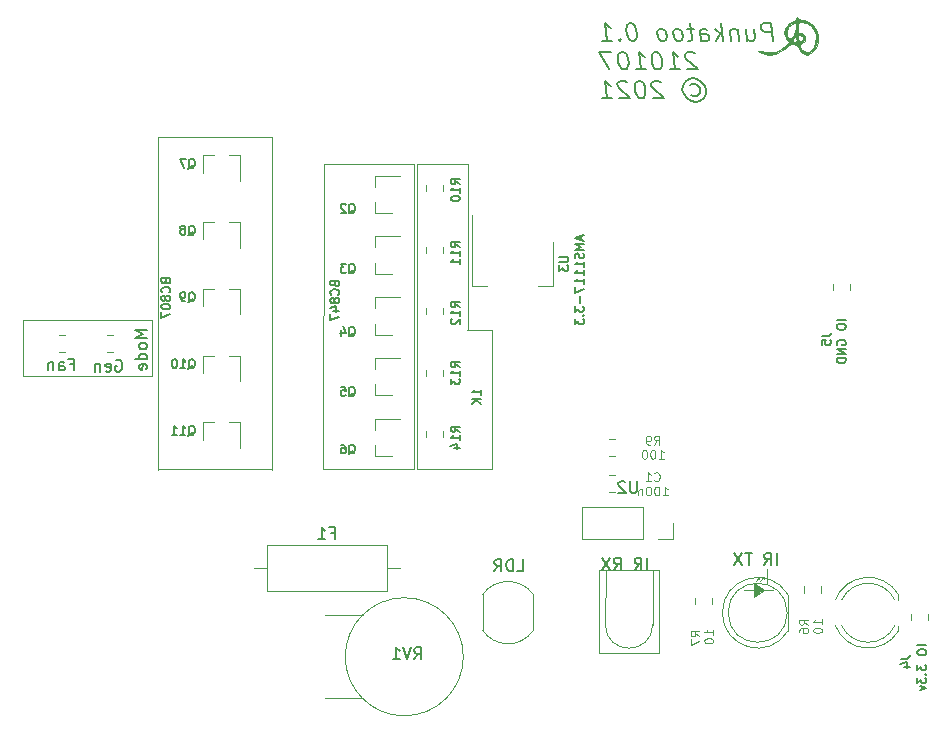
<source format=gbr>
%TF.GenerationSoftware,KiCad,Pcbnew,5.1.5+dfsg1-2build2*%
%TF.CreationDate,2021-01-07T21:04:46-03:00*%
%TF.ProjectId,Punkatoo,50756e6b-6174-46f6-9f2e-6b696361645f,rev?*%
%TF.SameCoordinates,Original*%
%TF.FileFunction,Legend,Bot*%
%TF.FilePolarity,Positive*%
%FSLAX46Y46*%
G04 Gerber Fmt 4.6, Leading zero omitted, Abs format (unit mm)*
G04 Created by KiCad (PCBNEW 5.1.5+dfsg1-2build2) date 2021-01-07 21:04:46*
%MOMM*%
%LPD*%
G04 APERTURE LIST*
%ADD10C,0.120000*%
%ADD11C,0.150000*%
%ADD12C,0.100000*%
%ADD13C,0.130000*%
%ADD14C,0.200000*%
%ADD15C,0.010000*%
G04 APERTURE END LIST*
D10*
X111300000Y-100600000D02*
X109218000Y-100600000D01*
X111300000Y-88800000D02*
X111300000Y-100600000D01*
X109200000Y-88800000D02*
X111300000Y-88800000D01*
D11*
X82052380Y-88833333D02*
X81052380Y-88833333D01*
X81766666Y-89166666D01*
X81052380Y-89500000D01*
X82052380Y-89500000D01*
X82052380Y-90119047D02*
X82004761Y-90023809D01*
X81957142Y-89976190D01*
X81861904Y-89928571D01*
X81576190Y-89928571D01*
X81480952Y-89976190D01*
X81433333Y-90023809D01*
X81385714Y-90119047D01*
X81385714Y-90261904D01*
X81433333Y-90357142D01*
X81480952Y-90404761D01*
X81576190Y-90452380D01*
X81861904Y-90452380D01*
X81957142Y-90404761D01*
X82004761Y-90357142D01*
X82052380Y-90261904D01*
X82052380Y-90119047D01*
X82052380Y-91309523D02*
X81052380Y-91309523D01*
X82004761Y-91309523D02*
X82052380Y-91214285D01*
X82052380Y-91023809D01*
X82004761Y-90928571D01*
X81957142Y-90880952D01*
X81861904Y-90833333D01*
X81576190Y-90833333D01*
X81480952Y-90880952D01*
X81433333Y-90928571D01*
X81385714Y-91023809D01*
X81385714Y-91214285D01*
X81433333Y-91309523D01*
X82004761Y-92166666D02*
X82052380Y-92071428D01*
X82052380Y-91880952D01*
X82004761Y-91785714D01*
X81909523Y-91738095D01*
X81528571Y-91738095D01*
X81433333Y-91785714D01*
X81385714Y-91880952D01*
X81385714Y-92071428D01*
X81433333Y-92166666D01*
X81528571Y-92214285D01*
X81623809Y-92214285D01*
X81719047Y-91738095D01*
D10*
X71600000Y-92700000D02*
X71600000Y-88000000D01*
X82500000Y-92700000D02*
X71600000Y-92700000D01*
X82500000Y-88000000D02*
X82500000Y-92700000D01*
X71600000Y-88000000D02*
X82500000Y-88000000D01*
X135100000Y-110850000D02*
X132600000Y-110850000D01*
X124875000Y-113772000D02*
X124900000Y-109172000D01*
X120875000Y-113772000D02*
X120900000Y-109172000D01*
X124875000Y-113772000D02*
G75*
G02X120875000Y-113772000I-2000000J0D01*
G01*
X120375000Y-116172000D02*
X125375000Y-116172000D01*
X120375000Y-116172000D02*
X120375000Y-109172000D01*
X125400000Y-109172000D02*
X125375000Y-116172000D01*
X120375000Y-109172000D02*
X125400000Y-109172000D01*
X133900000Y-109950000D02*
X133900000Y-109750000D01*
X133600000Y-110050000D02*
X133900000Y-109750000D01*
X133900000Y-109750000D02*
X133700000Y-109750000D01*
X134300000Y-109750000D02*
X134100000Y-109750000D01*
X134300000Y-109950000D02*
X134300000Y-109750000D01*
X134000000Y-110050000D02*
X134300000Y-109750000D01*
X134600000Y-110300000D02*
X134600000Y-109100000D01*
D12*
G36*
X134300000Y-110850000D02*
G01*
X133500000Y-111450000D01*
X133500000Y-110250000D01*
X134300000Y-110850000D01*
G37*
X134300000Y-110850000D02*
X133500000Y-111450000D01*
X133500000Y-110250000D01*
X134300000Y-110850000D01*
D10*
X92630000Y-72474000D02*
X83002000Y-72474000D01*
X92630000Y-100600000D02*
X83002000Y-100600000D01*
X83002000Y-72474000D02*
X83000000Y-100700000D01*
X92630000Y-100700000D02*
X92630000Y-72474000D01*
D13*
X110339285Y-94339285D02*
X110339285Y-93910714D01*
X110339285Y-94125000D02*
X109589285Y-94125000D01*
X109696428Y-94053571D01*
X109767857Y-93982142D01*
X109803571Y-93910714D01*
X110339285Y-94660714D02*
X109589285Y-94660714D01*
X110339285Y-95089285D02*
X109910714Y-94767857D01*
X109589285Y-95089285D02*
X110017857Y-94660714D01*
D10*
X97026000Y-74814000D02*
X97000000Y-100600000D01*
X97026000Y-100600000D02*
X104646000Y-100600000D01*
X104646000Y-100600000D02*
X104646000Y-74814000D01*
D13*
X83646428Y-84707142D02*
X83682142Y-84814285D01*
X83717857Y-84850000D01*
X83789285Y-84885714D01*
X83896428Y-84885714D01*
X83967857Y-84850000D01*
X84003571Y-84814285D01*
X84039285Y-84742857D01*
X84039285Y-84457142D01*
X83289285Y-84457142D01*
X83289285Y-84707142D01*
X83325000Y-84778571D01*
X83360714Y-84814285D01*
X83432142Y-84850000D01*
X83503571Y-84850000D01*
X83575000Y-84814285D01*
X83610714Y-84778571D01*
X83646428Y-84707142D01*
X83646428Y-84457142D01*
X83967857Y-85635714D02*
X84003571Y-85600000D01*
X84039285Y-85492857D01*
X84039285Y-85421428D01*
X84003571Y-85314285D01*
X83932142Y-85242857D01*
X83860714Y-85207142D01*
X83717857Y-85171428D01*
X83610714Y-85171428D01*
X83467857Y-85207142D01*
X83396428Y-85242857D01*
X83325000Y-85314285D01*
X83289285Y-85421428D01*
X83289285Y-85492857D01*
X83325000Y-85600000D01*
X83360714Y-85635714D01*
X83610714Y-86064285D02*
X83575000Y-85992857D01*
X83539285Y-85957142D01*
X83467857Y-85921428D01*
X83432142Y-85921428D01*
X83360714Y-85957142D01*
X83325000Y-85992857D01*
X83289285Y-86064285D01*
X83289285Y-86207142D01*
X83325000Y-86278571D01*
X83360714Y-86314285D01*
X83432142Y-86350000D01*
X83467857Y-86350000D01*
X83539285Y-86314285D01*
X83575000Y-86278571D01*
X83610714Y-86207142D01*
X83610714Y-86064285D01*
X83646428Y-85992857D01*
X83682142Y-85957142D01*
X83753571Y-85921428D01*
X83896428Y-85921428D01*
X83967857Y-85957142D01*
X84003571Y-85992857D01*
X84039285Y-86064285D01*
X84039285Y-86207142D01*
X84003571Y-86278571D01*
X83967857Y-86314285D01*
X83896428Y-86350000D01*
X83753571Y-86350000D01*
X83682142Y-86314285D01*
X83646428Y-86278571D01*
X83610714Y-86207142D01*
X83289285Y-86814285D02*
X83289285Y-86885714D01*
X83325000Y-86957142D01*
X83360714Y-86992857D01*
X83432142Y-87028571D01*
X83575000Y-87064285D01*
X83753571Y-87064285D01*
X83896428Y-87028571D01*
X83967857Y-86992857D01*
X84003571Y-86957142D01*
X84039285Y-86885714D01*
X84039285Y-86814285D01*
X84003571Y-86742857D01*
X83967857Y-86707142D01*
X83896428Y-86671428D01*
X83753571Y-86635714D01*
X83575000Y-86635714D01*
X83432142Y-86671428D01*
X83360714Y-86707142D01*
X83325000Y-86742857D01*
X83289285Y-86814285D01*
X83289285Y-87314285D02*
X83289285Y-87814285D01*
X84039285Y-87492857D01*
X97946428Y-84907142D02*
X97982142Y-85014285D01*
X98017857Y-85050000D01*
X98089285Y-85085714D01*
X98196428Y-85085714D01*
X98267857Y-85050000D01*
X98303571Y-85014285D01*
X98339285Y-84942857D01*
X98339285Y-84657142D01*
X97589285Y-84657142D01*
X97589285Y-84907142D01*
X97625000Y-84978571D01*
X97660714Y-85014285D01*
X97732142Y-85050000D01*
X97803571Y-85050000D01*
X97875000Y-85014285D01*
X97910714Y-84978571D01*
X97946428Y-84907142D01*
X97946428Y-84657142D01*
X98267857Y-85835714D02*
X98303571Y-85800000D01*
X98339285Y-85692857D01*
X98339285Y-85621428D01*
X98303571Y-85514285D01*
X98232142Y-85442857D01*
X98160714Y-85407142D01*
X98017857Y-85371428D01*
X97910714Y-85371428D01*
X97767857Y-85407142D01*
X97696428Y-85442857D01*
X97625000Y-85514285D01*
X97589285Y-85621428D01*
X97589285Y-85692857D01*
X97625000Y-85800000D01*
X97660714Y-85835714D01*
X97910714Y-86264285D02*
X97875000Y-86192857D01*
X97839285Y-86157142D01*
X97767857Y-86121428D01*
X97732142Y-86121428D01*
X97660714Y-86157142D01*
X97625000Y-86192857D01*
X97589285Y-86264285D01*
X97589285Y-86407142D01*
X97625000Y-86478571D01*
X97660714Y-86514285D01*
X97732142Y-86550000D01*
X97767857Y-86550000D01*
X97839285Y-86514285D01*
X97875000Y-86478571D01*
X97910714Y-86407142D01*
X97910714Y-86264285D01*
X97946428Y-86192857D01*
X97982142Y-86157142D01*
X98053571Y-86121428D01*
X98196428Y-86121428D01*
X98267857Y-86157142D01*
X98303571Y-86192857D01*
X98339285Y-86264285D01*
X98339285Y-86407142D01*
X98303571Y-86478571D01*
X98267857Y-86514285D01*
X98196428Y-86550000D01*
X98053571Y-86550000D01*
X97982142Y-86514285D01*
X97946428Y-86478571D01*
X97910714Y-86407142D01*
X97839285Y-87192857D02*
X98339285Y-87192857D01*
X97553571Y-87014285D02*
X98089285Y-86835714D01*
X98089285Y-87300000D01*
X97589285Y-87514285D02*
X97589285Y-88014285D01*
X98339285Y-87692857D01*
D10*
X104646000Y-74814000D02*
X97026000Y-74814000D01*
X104900000Y-100600000D02*
X109218000Y-100600000D01*
X109218000Y-88800000D02*
X109218000Y-74814000D01*
X109218000Y-74814000D02*
X104900000Y-74814000D01*
X104900000Y-74814000D02*
X104900000Y-100600000D01*
D14*
X135049107Y-64328571D02*
X134861607Y-62828571D01*
X134290178Y-62828571D01*
X134156250Y-62900000D01*
X134093750Y-62971428D01*
X134040178Y-63114285D01*
X134066964Y-63328571D01*
X134156250Y-63471428D01*
X134236607Y-63542857D01*
X134388392Y-63614285D01*
X134959821Y-63614285D01*
X132781250Y-63328571D02*
X132906250Y-64328571D01*
X133424107Y-63328571D02*
X133522321Y-64114285D01*
X133468750Y-64257142D01*
X133334821Y-64328571D01*
X133120535Y-64328571D01*
X132968750Y-64257142D01*
X132888392Y-64185714D01*
X132066964Y-63328571D02*
X132191964Y-64328571D01*
X132084821Y-63471428D02*
X132004464Y-63400000D01*
X131852678Y-63328571D01*
X131638392Y-63328571D01*
X131504464Y-63400000D01*
X131450892Y-63542857D01*
X131549107Y-64328571D01*
X130834821Y-64328571D02*
X130647321Y-62828571D01*
X130620535Y-63757142D02*
X130263392Y-64328571D01*
X130138392Y-63328571D02*
X130781250Y-63900000D01*
X128977678Y-64328571D02*
X128879464Y-63542857D01*
X128933035Y-63400000D01*
X129066964Y-63328571D01*
X129352678Y-63328571D01*
X129504464Y-63400000D01*
X128968750Y-64257142D02*
X129120535Y-64328571D01*
X129477678Y-64328571D01*
X129611607Y-64257142D01*
X129665178Y-64114285D01*
X129647321Y-63971428D01*
X129558035Y-63828571D01*
X129406250Y-63757142D01*
X129049107Y-63757142D01*
X128897321Y-63685714D01*
X128352678Y-63328571D02*
X127781250Y-63328571D01*
X128075892Y-62828571D02*
X128236607Y-64114285D01*
X128183035Y-64257142D01*
X128049107Y-64328571D01*
X127906250Y-64328571D01*
X127191964Y-64328571D02*
X127325892Y-64257142D01*
X127388392Y-64185714D01*
X127441964Y-64042857D01*
X127388392Y-63614285D01*
X127299107Y-63471428D01*
X127218750Y-63400000D01*
X127066964Y-63328571D01*
X126852678Y-63328571D01*
X126718750Y-63400000D01*
X126656250Y-63471428D01*
X126602678Y-63614285D01*
X126656250Y-64042857D01*
X126745535Y-64185714D01*
X126825892Y-64257142D01*
X126977678Y-64328571D01*
X127191964Y-64328571D01*
X125834821Y-64328571D02*
X125968750Y-64257142D01*
X126031250Y-64185714D01*
X126084821Y-64042857D01*
X126031250Y-63614285D01*
X125941964Y-63471428D01*
X125861607Y-63400000D01*
X125709821Y-63328571D01*
X125495535Y-63328571D01*
X125361607Y-63400000D01*
X125299107Y-63471428D01*
X125245535Y-63614285D01*
X125299107Y-64042857D01*
X125388392Y-64185714D01*
X125468750Y-64257142D01*
X125620535Y-64328571D01*
X125834821Y-64328571D01*
X123075892Y-62828571D02*
X122933035Y-62828571D01*
X122799107Y-62900000D01*
X122736607Y-62971428D01*
X122683035Y-63114285D01*
X122647321Y-63400000D01*
X122691964Y-63757142D01*
X122799107Y-64042857D01*
X122888392Y-64185714D01*
X122968750Y-64257142D01*
X123120535Y-64328571D01*
X123263392Y-64328571D01*
X123397321Y-64257142D01*
X123459821Y-64185714D01*
X123513392Y-64042857D01*
X123549107Y-63757142D01*
X123504464Y-63400000D01*
X123397321Y-63114285D01*
X123308035Y-62971428D01*
X123227678Y-62900000D01*
X123075892Y-62828571D01*
X122102678Y-64185714D02*
X122040178Y-64257142D01*
X122120535Y-64328571D01*
X122183035Y-64257142D01*
X122102678Y-64185714D01*
X122120535Y-64328571D01*
X120620535Y-64328571D02*
X121477678Y-64328571D01*
X121049107Y-64328571D02*
X120861607Y-62828571D01*
X121031250Y-63042857D01*
X121191964Y-63185714D01*
X121343750Y-63257142D01*
X128450892Y-65421428D02*
X128370535Y-65350000D01*
X128218750Y-65278571D01*
X127861607Y-65278571D01*
X127727678Y-65350000D01*
X127665178Y-65421428D01*
X127611607Y-65564285D01*
X127629464Y-65707142D01*
X127727678Y-65921428D01*
X128691964Y-66778571D01*
X127763392Y-66778571D01*
X126334821Y-66778571D02*
X127191964Y-66778571D01*
X126763392Y-66778571D02*
X126575892Y-65278571D01*
X126745535Y-65492857D01*
X126906250Y-65635714D01*
X127058035Y-65707142D01*
X125218750Y-65278571D02*
X125075892Y-65278571D01*
X124941964Y-65350000D01*
X124879464Y-65421428D01*
X124825892Y-65564285D01*
X124790178Y-65850000D01*
X124834821Y-66207142D01*
X124941964Y-66492857D01*
X125031250Y-66635714D01*
X125111607Y-66707142D01*
X125263392Y-66778571D01*
X125406250Y-66778571D01*
X125540178Y-66707142D01*
X125602678Y-66635714D01*
X125656250Y-66492857D01*
X125691964Y-66207142D01*
X125647321Y-65850000D01*
X125540178Y-65564285D01*
X125450892Y-65421428D01*
X125370535Y-65350000D01*
X125218750Y-65278571D01*
X123477678Y-66778571D02*
X124334821Y-66778571D01*
X123906250Y-66778571D02*
X123718750Y-65278571D01*
X123888392Y-65492857D01*
X124049107Y-65635714D01*
X124200892Y-65707142D01*
X122361607Y-65278571D02*
X122218750Y-65278571D01*
X122084821Y-65350000D01*
X122022321Y-65421428D01*
X121968750Y-65564285D01*
X121933035Y-65850000D01*
X121977678Y-66207142D01*
X122084821Y-66492857D01*
X122174107Y-66635714D01*
X122254464Y-66707142D01*
X122406250Y-66778571D01*
X122549107Y-66778571D01*
X122683035Y-66707142D01*
X122745535Y-66635714D01*
X122799107Y-66492857D01*
X122834821Y-66207142D01*
X122790178Y-65850000D01*
X122683035Y-65564285D01*
X122593750Y-65421428D01*
X122513392Y-65350000D01*
X122361607Y-65278571D01*
X121361607Y-65278571D02*
X120361607Y-65278571D01*
X121191964Y-66778571D01*
X128049107Y-68085714D02*
X128183035Y-68014285D01*
X128468750Y-68014285D01*
X128620535Y-68085714D01*
X128781250Y-68228571D01*
X128870535Y-68371428D01*
X128906250Y-68657142D01*
X128852678Y-68800000D01*
X128727678Y-68942857D01*
X128593750Y-69014285D01*
X128308035Y-69014285D01*
X128156250Y-68942857D01*
X128263392Y-67514285D02*
X128629464Y-67585714D01*
X129013392Y-67800000D01*
X129272321Y-68157142D01*
X129388392Y-68514285D01*
X129361607Y-68871428D01*
X129191964Y-69228571D01*
X128861607Y-69442857D01*
X128513392Y-69514285D01*
X128147321Y-69442857D01*
X127763392Y-69228571D01*
X127504464Y-68871428D01*
X127388392Y-68514285D01*
X127415178Y-68157142D01*
X127584821Y-67800000D01*
X127915178Y-67585714D01*
X128263392Y-67514285D01*
X125593750Y-67871428D02*
X125513392Y-67800000D01*
X125361607Y-67728571D01*
X125004464Y-67728571D01*
X124870535Y-67800000D01*
X124808035Y-67871428D01*
X124754464Y-68014285D01*
X124772321Y-68157142D01*
X124870535Y-68371428D01*
X125834821Y-69228571D01*
X124906250Y-69228571D01*
X123790178Y-67728571D02*
X123647321Y-67728571D01*
X123513392Y-67800000D01*
X123450892Y-67871428D01*
X123397321Y-68014285D01*
X123361607Y-68300000D01*
X123406250Y-68657142D01*
X123513392Y-68942857D01*
X123602678Y-69085714D01*
X123683035Y-69157142D01*
X123834821Y-69228571D01*
X123977678Y-69228571D01*
X124111607Y-69157142D01*
X124174107Y-69085714D01*
X124227678Y-68942857D01*
X124263392Y-68657142D01*
X124218750Y-68300000D01*
X124111607Y-68014285D01*
X124022321Y-67871428D01*
X123941964Y-67800000D01*
X123790178Y-67728571D01*
X122736607Y-67871428D02*
X122656250Y-67800000D01*
X122504464Y-67728571D01*
X122147321Y-67728571D01*
X122013392Y-67800000D01*
X121950892Y-67871428D01*
X121897321Y-68014285D01*
X121915178Y-68157142D01*
X122013392Y-68371428D01*
X122977678Y-69228571D01*
X122049107Y-69228571D01*
X120620535Y-69228571D02*
X121477678Y-69228571D01*
X121049107Y-69228571D02*
X120861607Y-67728571D01*
X121031250Y-67942857D01*
X121191964Y-68085714D01*
X121343750Y-68157142D01*
D10*
%TO.C,U2*%
X126620000Y-106502000D02*
X126620000Y-105172000D01*
X125290000Y-106502000D02*
X126620000Y-106502000D01*
X124020000Y-106502000D02*
X124020000Y-103842000D01*
X124020000Y-103842000D02*
X118880000Y-103842000D01*
X124020000Y-106502000D02*
X118880000Y-106502000D01*
X118880000Y-106502000D02*
X118880000Y-103842000D01*
%TO.C,RV1*%
X97100000Y-113000000D02*
X100350000Y-113000000D01*
X97100000Y-120000000D02*
X100350000Y-120000000D01*
X108850000Y-116500000D02*
G75*
G03X108850000Y-116500000I-5000000J0D01*
G01*
%TO.C,F1*%
X91100000Y-109000000D02*
X92210000Y-109000000D01*
X103460000Y-109000000D02*
X102350000Y-109000000D01*
X92210000Y-107080000D02*
X102350000Y-107080000D01*
X92210000Y-110920000D02*
X92210000Y-107080000D01*
X102350000Y-110920000D02*
X92210000Y-110920000D01*
X102350000Y-107080000D02*
X102350000Y-110920000D01*
%TO.C,JP3*%
X78638748Y-89290000D02*
X79161252Y-89290000D01*
X78638748Y-90710000D02*
X79161252Y-90710000D01*
%TO.C,JP2*%
X75161252Y-90710000D02*
X74638748Y-90710000D01*
X75161252Y-89290000D02*
X74638748Y-89290000D01*
%TO.C,J5*%
X141610000Y-84938748D02*
X141610000Y-85461252D01*
X140190000Y-84938748D02*
X140190000Y-85461252D01*
%TO.C,J4*%
X146790000Y-113361252D02*
X146790000Y-112838748D01*
X148210000Y-113361252D02*
X148210000Y-112838748D01*
%TO.C,D1*%
X145689000Y-113856000D02*
X145689000Y-114321000D01*
X145689000Y-111231000D02*
X145689000Y-111696000D01*
X140874521Y-113856429D02*
G75*
G03X145383684Y-113856000I2254479J1080429D01*
G01*
X140874521Y-111695571D02*
G75*
G02X145383684Y-111696000I2254479J-1080429D01*
G01*
X140341185Y-113856827D02*
G75*
G03X145689000Y-114320830I2787815J1080827D01*
G01*
X140341185Y-111695173D02*
G75*
G02X145689000Y-111231170I2787815J-1080827D01*
G01*
%TO.C,R6*%
X139110000Y-110538748D02*
X139110000Y-111061252D01*
X137690000Y-110538748D02*
X137690000Y-111061252D01*
%TO.C,R7*%
X129910000Y-111538748D02*
X129910000Y-112061252D01*
X128490000Y-111538748D02*
X128490000Y-112061252D01*
%TO.C,R1*%
X114748249Y-114320513D02*
G75*
G02X110480000Y-114276000I-2118249J1544513D01*
G01*
X110464474Y-111247766D02*
G75*
G02X114780000Y-111226000I2165526J-1528234D01*
G01*
X110480000Y-111226000D02*
X110480000Y-114276000D01*
X114780000Y-111226000D02*
X114780000Y-114276000D01*
%TO.C,Q11*%
X86810000Y-96660000D02*
X86810000Y-98120000D01*
X89970000Y-96660000D02*
X89970000Y-98820000D01*
X89970000Y-96660000D02*
X89040000Y-96660000D01*
X86810000Y-96660000D02*
X87740000Y-96660000D01*
%TO.C,Q4*%
X101346000Y-89221000D02*
X102806000Y-89221000D01*
X101346000Y-86061000D02*
X103506000Y-86061000D01*
X101346000Y-86061000D02*
X101346000Y-86991000D01*
X101346000Y-89221000D02*
X101346000Y-88291000D01*
%TO.C,Q9*%
X86810000Y-85357000D02*
X86810000Y-86817000D01*
X89970000Y-85357000D02*
X89970000Y-87517000D01*
X89970000Y-85357000D02*
X89040000Y-85357000D01*
X86810000Y-85357000D02*
X87740000Y-85357000D01*
%TO.C,Q6*%
X101346000Y-99508000D02*
X102806000Y-99508000D01*
X101346000Y-96348000D02*
X103506000Y-96348000D01*
X101346000Y-96348000D02*
X101346000Y-97278000D01*
X101346000Y-99508000D02*
X101346000Y-98578000D01*
%TO.C,Q2*%
X101346000Y-78934000D02*
X102806000Y-78934000D01*
X101346000Y-75774000D02*
X103506000Y-75774000D01*
X101346000Y-75774000D02*
X101346000Y-76704000D01*
X101346000Y-78934000D02*
X101346000Y-78004000D01*
%TO.C,R9*%
X121150748Y-99516000D02*
X121673252Y-99516000D01*
X121150748Y-98096000D02*
X121673252Y-98096000D01*
%TO.C,Q3*%
X101346000Y-84077500D02*
X102806000Y-84077500D01*
X101346000Y-80917500D02*
X103506000Y-80917500D01*
X101346000Y-80917500D02*
X101346000Y-81847500D01*
X101346000Y-84077500D02*
X101346000Y-83147500D01*
%TO.C,R11*%
X105714000Y-81791748D02*
X105714000Y-82314252D01*
X107134000Y-81791748D02*
X107134000Y-82314252D01*
%TO.C,R10*%
X105714000Y-76584748D02*
X105714000Y-77107252D01*
X107134000Y-76584748D02*
X107134000Y-77107252D01*
%TO.C,U3*%
X116438000Y-85106000D02*
X115178000Y-85106000D01*
X109618000Y-85106000D02*
X110878000Y-85106000D01*
X116438000Y-81346000D02*
X116438000Y-85106000D01*
X109618000Y-79096000D02*
X109618000Y-85106000D01*
%TO.C,Q8*%
X86810000Y-79705500D02*
X86810000Y-81165500D01*
X89970000Y-79705500D02*
X89970000Y-81865500D01*
X89970000Y-79705500D02*
X89040000Y-79705500D01*
X86810000Y-79705500D02*
X87740000Y-79705500D01*
%TO.C,Q5*%
X101346000Y-94364500D02*
X102806000Y-94364500D01*
X101346000Y-91204500D02*
X103506000Y-91204500D01*
X101346000Y-91204500D02*
X101346000Y-92134500D01*
X101346000Y-94364500D02*
X101346000Y-93434500D01*
%TO.C,R14*%
X107134000Y-97935252D02*
X107134000Y-97412748D01*
X105714000Y-97935252D02*
X105714000Y-97412748D01*
%TO.C,Q10*%
X86810000Y-91008500D02*
X86810000Y-92468500D01*
X89970000Y-91008500D02*
X89970000Y-93168500D01*
X89970000Y-91008500D02*
X89040000Y-91008500D01*
X86810000Y-91008500D02*
X87740000Y-91008500D01*
%TO.C,C1*%
X121150748Y-102564000D02*
X121673252Y-102564000D01*
X121150748Y-101144000D02*
X121673252Y-101144000D01*
%TO.C,R12*%
X105714000Y-86998748D02*
X105714000Y-87521252D01*
X107134000Y-86998748D02*
X107134000Y-87521252D01*
%TO.C,Q7*%
X86810000Y-74054000D02*
X86810000Y-75514000D01*
X89970000Y-74054000D02*
X89970000Y-76214000D01*
X89970000Y-74054000D02*
X89040000Y-74054000D01*
X86810000Y-74054000D02*
X87740000Y-74054000D01*
%TO.C,R13*%
X105714000Y-92205748D02*
X105714000Y-92728252D01*
X107134000Y-92205748D02*
X107134000Y-92728252D01*
%TO.C,D2*%
X136330000Y-111231000D02*
X136330000Y-114321000D01*
X136270000Y-112776000D02*
G75*
G03X136270000Y-112776000I-2500000J0D01*
G01*
X130780000Y-112775538D02*
G75*
G03X136330000Y-114320830I2990000J-462D01*
G01*
X130780000Y-112776462D02*
G75*
G02X136330000Y-111231170I2990000J462D01*
G01*
D15*
%TO.C,G\002A\002A\002A*%
G36*
X136985908Y-62444049D02*
G01*
X136975094Y-62510189D01*
X136897638Y-62634993D01*
X136821736Y-62653963D01*
X136666821Y-62717911D01*
X136449837Y-62879922D01*
X136342491Y-62979849D01*
X136089220Y-63320781D01*
X136022776Y-63666470D01*
X136139877Y-64044591D01*
X136203000Y-64156595D01*
X136388680Y-64461114D01*
X135971624Y-64845543D01*
X135634464Y-65105167D01*
X135308868Y-65268230D01*
X135212610Y-65294124D01*
X134820528Y-65326670D01*
X134397115Y-65300395D01*
X134040556Y-65222856D01*
X133979811Y-65199220D01*
X133840693Y-65178374D01*
X133812076Y-65222256D01*
X133897199Y-65321759D01*
X134111769Y-65420186D01*
X134394586Y-65496409D01*
X134684450Y-65529300D01*
X134701862Y-65529434D01*
X135285044Y-65436620D01*
X135850540Y-65168333D01*
X136165567Y-64929747D01*
X136430645Y-64714357D01*
X136624186Y-64614625D01*
X136804083Y-64604806D01*
X136869441Y-64616715D01*
X137139740Y-64762850D01*
X137266529Y-64963726D01*
X137460026Y-65267106D01*
X137722345Y-65470819D01*
X137947558Y-65529434D01*
X138123319Y-65470733D01*
X138350621Y-65325668D01*
X138399078Y-65286675D01*
X138684813Y-64931878D01*
X138848905Y-64485386D01*
X138886849Y-64011854D01*
X138700377Y-64011854D01*
X138652088Y-64493714D01*
X138520715Y-64884592D01*
X138326506Y-65164777D01*
X138089703Y-65314561D01*
X137830553Y-65314235D01*
X137569301Y-65144089D01*
X137553923Y-65127965D01*
X137391117Y-64878878D01*
X137380358Y-64668301D01*
X137522169Y-64532763D01*
X137545286Y-64524575D01*
X137738921Y-64376423D01*
X137791689Y-64184799D01*
X137637108Y-64184799D01*
X137528975Y-64320911D01*
X137507917Y-64336928D01*
X137325353Y-64406670D01*
X137210537Y-64299968D01*
X137208884Y-64289053D01*
X137070943Y-64289053D01*
X137002997Y-64439269D01*
X136857837Y-64469906D01*
X136732877Y-64375047D01*
X136731497Y-64237416D01*
X136823345Y-64098941D01*
X136946825Y-64038618D01*
X136985955Y-64050486D01*
X137057194Y-64179414D01*
X137070943Y-64289053D01*
X137208884Y-64289053D01*
X137168340Y-64021471D01*
X137168260Y-64012784D01*
X137223955Y-63850350D01*
X137359401Y-63825558D01*
X137522556Y-63936837D01*
X137587840Y-64025426D01*
X137637108Y-64184799D01*
X137791689Y-64184799D01*
X137805316Y-64135317D01*
X137743824Y-63903621D01*
X137548288Y-63723289D01*
X137246780Y-63695712D01*
X137238679Y-63696952D01*
X137197756Y-63617600D01*
X137171719Y-63402200D01*
X137166839Y-63230687D01*
X136975094Y-63230687D01*
X136950803Y-63583760D01*
X136863277Y-63823601D01*
X136759434Y-63956602D01*
X136553147Y-64125833D01*
X136403299Y-64117451D01*
X136283655Y-63926795D01*
X136261686Y-63868206D01*
X136226632Y-63507599D01*
X136366872Y-63176254D01*
X136664112Y-62913789D01*
X136975094Y-62732166D01*
X136975094Y-63230687D01*
X137166839Y-63230687D01*
X137166792Y-63229057D01*
X137172950Y-62945380D01*
X137211537Y-62803924D01*
X137312721Y-62755225D01*
X137459100Y-62749812D01*
X137926155Y-62836447D01*
X138307464Y-63076518D01*
X138573764Y-63440275D01*
X138695793Y-63897965D01*
X138700377Y-64011854D01*
X138886849Y-64011854D01*
X138887609Y-64002373D01*
X138797184Y-63538013D01*
X138573885Y-63147481D01*
X138546281Y-63116922D01*
X138164248Y-62806092D01*
X137735169Y-62609784D01*
X137409494Y-62558114D01*
X137227896Y-62525683D01*
X137166792Y-62462265D01*
X137093854Y-62369201D01*
X137070943Y-62366416D01*
X136985908Y-62444049D01*
G37*
X136985908Y-62444049D02*
X136975094Y-62510189D01*
X136897638Y-62634993D01*
X136821736Y-62653963D01*
X136666821Y-62717911D01*
X136449837Y-62879922D01*
X136342491Y-62979849D01*
X136089220Y-63320781D01*
X136022776Y-63666470D01*
X136139877Y-64044591D01*
X136203000Y-64156595D01*
X136388680Y-64461114D01*
X135971624Y-64845543D01*
X135634464Y-65105167D01*
X135308868Y-65268230D01*
X135212610Y-65294124D01*
X134820528Y-65326670D01*
X134397115Y-65300395D01*
X134040556Y-65222856D01*
X133979811Y-65199220D01*
X133840693Y-65178374D01*
X133812076Y-65222256D01*
X133897199Y-65321759D01*
X134111769Y-65420186D01*
X134394586Y-65496409D01*
X134684450Y-65529300D01*
X134701862Y-65529434D01*
X135285044Y-65436620D01*
X135850540Y-65168333D01*
X136165567Y-64929747D01*
X136430645Y-64714357D01*
X136624186Y-64614625D01*
X136804083Y-64604806D01*
X136869441Y-64616715D01*
X137139740Y-64762850D01*
X137266529Y-64963726D01*
X137460026Y-65267106D01*
X137722345Y-65470819D01*
X137947558Y-65529434D01*
X138123319Y-65470733D01*
X138350621Y-65325668D01*
X138399078Y-65286675D01*
X138684813Y-64931878D01*
X138848905Y-64485386D01*
X138886849Y-64011854D01*
X138700377Y-64011854D01*
X138652088Y-64493714D01*
X138520715Y-64884592D01*
X138326506Y-65164777D01*
X138089703Y-65314561D01*
X137830553Y-65314235D01*
X137569301Y-65144089D01*
X137553923Y-65127965D01*
X137391117Y-64878878D01*
X137380358Y-64668301D01*
X137522169Y-64532763D01*
X137545286Y-64524575D01*
X137738921Y-64376423D01*
X137791689Y-64184799D01*
X137637108Y-64184799D01*
X137528975Y-64320911D01*
X137507917Y-64336928D01*
X137325353Y-64406670D01*
X137210537Y-64299968D01*
X137208884Y-64289053D01*
X137070943Y-64289053D01*
X137002997Y-64439269D01*
X136857837Y-64469906D01*
X136732877Y-64375047D01*
X136731497Y-64237416D01*
X136823345Y-64098941D01*
X136946825Y-64038618D01*
X136985955Y-64050486D01*
X137057194Y-64179414D01*
X137070943Y-64289053D01*
X137208884Y-64289053D01*
X137168340Y-64021471D01*
X137168260Y-64012784D01*
X137223955Y-63850350D01*
X137359401Y-63825558D01*
X137522556Y-63936837D01*
X137587840Y-64025426D01*
X137637108Y-64184799D01*
X137791689Y-64184799D01*
X137805316Y-64135317D01*
X137743824Y-63903621D01*
X137548288Y-63723289D01*
X137246780Y-63695712D01*
X137238679Y-63696952D01*
X137197756Y-63617600D01*
X137171719Y-63402200D01*
X137166839Y-63230687D01*
X136975094Y-63230687D01*
X136950803Y-63583760D01*
X136863277Y-63823601D01*
X136759434Y-63956602D01*
X136553147Y-64125833D01*
X136403299Y-64117451D01*
X136283655Y-63926795D01*
X136261686Y-63868206D01*
X136226632Y-63507599D01*
X136366872Y-63176254D01*
X136664112Y-62913789D01*
X136975094Y-62732166D01*
X136975094Y-63230687D01*
X137166839Y-63230687D01*
X137166792Y-63229057D01*
X137172950Y-62945380D01*
X137211537Y-62803924D01*
X137312721Y-62755225D01*
X137459100Y-62749812D01*
X137926155Y-62836447D01*
X138307464Y-63076518D01*
X138573764Y-63440275D01*
X138695793Y-63897965D01*
X138700377Y-64011854D01*
X138886849Y-64011854D01*
X138887609Y-64002373D01*
X138797184Y-63538013D01*
X138573885Y-63147481D01*
X138546281Y-63116922D01*
X138164248Y-62806092D01*
X137735169Y-62609784D01*
X137409494Y-62558114D01*
X137227896Y-62525683D01*
X137166792Y-62462265D01*
X137093854Y-62369201D01*
X137070943Y-62366416D01*
X136985908Y-62444049D01*
%TO.C,U2*%
D11*
X123551904Y-101624380D02*
X123551904Y-102433904D01*
X123504285Y-102529142D01*
X123456666Y-102576761D01*
X123361428Y-102624380D01*
X123170952Y-102624380D01*
X123075714Y-102576761D01*
X123028095Y-102529142D01*
X122980476Y-102433904D01*
X122980476Y-101624380D01*
X122551904Y-101719619D02*
X122504285Y-101672000D01*
X122409047Y-101624380D01*
X122170952Y-101624380D01*
X122075714Y-101672000D01*
X122028095Y-101719619D01*
X121980476Y-101814857D01*
X121980476Y-101910095D01*
X122028095Y-102052952D01*
X122599523Y-102624380D01*
X121980476Y-102624380D01*
X124397142Y-109124380D02*
X124397142Y-108124380D01*
X123349523Y-109124380D02*
X123682857Y-108648190D01*
X123920952Y-109124380D02*
X123920952Y-108124380D01*
X123540000Y-108124380D01*
X123444761Y-108172000D01*
X123397142Y-108219619D01*
X123349523Y-108314857D01*
X123349523Y-108457714D01*
X123397142Y-108552952D01*
X123444761Y-108600571D01*
X123540000Y-108648190D01*
X123920952Y-108648190D01*
X121587619Y-109124380D02*
X121920952Y-108648190D01*
X122159047Y-109124380D02*
X122159047Y-108124380D01*
X121778095Y-108124380D01*
X121682857Y-108172000D01*
X121635238Y-108219619D01*
X121587619Y-108314857D01*
X121587619Y-108457714D01*
X121635238Y-108552952D01*
X121682857Y-108600571D01*
X121778095Y-108648190D01*
X122159047Y-108648190D01*
X121254285Y-108124380D02*
X120587619Y-109124380D01*
X120587619Y-108124380D02*
X121254285Y-109124380D01*
%TO.C,RV1*%
X104695238Y-116702380D02*
X105028571Y-116226190D01*
X105266666Y-116702380D02*
X105266666Y-115702380D01*
X104885714Y-115702380D01*
X104790476Y-115750000D01*
X104742857Y-115797619D01*
X104695238Y-115892857D01*
X104695238Y-116035714D01*
X104742857Y-116130952D01*
X104790476Y-116178571D01*
X104885714Y-116226190D01*
X105266666Y-116226190D01*
X104409523Y-115702380D02*
X104076190Y-116702380D01*
X103742857Y-115702380D01*
X102885714Y-116702380D02*
X103457142Y-116702380D01*
X103171428Y-116702380D02*
X103171428Y-115702380D01*
X103266666Y-115845238D01*
X103361904Y-115940476D01*
X103457142Y-115988095D01*
%TO.C,F1*%
X97613333Y-106008571D02*
X97946666Y-106008571D01*
X97946666Y-106532380D02*
X97946666Y-105532380D01*
X97470476Y-105532380D01*
X96565714Y-106532380D02*
X97137142Y-106532380D01*
X96851428Y-106532380D02*
X96851428Y-105532380D01*
X96946666Y-105675238D01*
X97041904Y-105770476D01*
X97137142Y-105818095D01*
%TO.C,JP3*%
X79419047Y-91400000D02*
X79514285Y-91352380D01*
X79657142Y-91352380D01*
X79800000Y-91400000D01*
X79895238Y-91495238D01*
X79942857Y-91590476D01*
X79990476Y-91780952D01*
X79990476Y-91923809D01*
X79942857Y-92114285D01*
X79895238Y-92209523D01*
X79800000Y-92304761D01*
X79657142Y-92352380D01*
X79561904Y-92352380D01*
X79419047Y-92304761D01*
X79371428Y-92257142D01*
X79371428Y-91923809D01*
X79561904Y-91923809D01*
X78561904Y-92304761D02*
X78657142Y-92352380D01*
X78847619Y-92352380D01*
X78942857Y-92304761D01*
X78990476Y-92209523D01*
X78990476Y-91828571D01*
X78942857Y-91733333D01*
X78847619Y-91685714D01*
X78657142Y-91685714D01*
X78561904Y-91733333D01*
X78514285Y-91828571D01*
X78514285Y-91923809D01*
X78990476Y-92019047D01*
X78085714Y-91685714D02*
X78085714Y-92352380D01*
X78085714Y-91780952D02*
X78038095Y-91733333D01*
X77942857Y-91685714D01*
X77800000Y-91685714D01*
X77704761Y-91733333D01*
X77657142Y-91828571D01*
X77657142Y-92352380D01*
%TO.C,JP2*%
X75561904Y-91728571D02*
X75895238Y-91728571D01*
X75895238Y-92252380D02*
X75895238Y-91252380D01*
X75419047Y-91252380D01*
X74609523Y-92252380D02*
X74609523Y-91728571D01*
X74657142Y-91633333D01*
X74752380Y-91585714D01*
X74942857Y-91585714D01*
X75038095Y-91633333D01*
X74609523Y-92204761D02*
X74704761Y-92252380D01*
X74942857Y-92252380D01*
X75038095Y-92204761D01*
X75085714Y-92109523D01*
X75085714Y-92014285D01*
X75038095Y-91919047D01*
X74942857Y-91871428D01*
X74704761Y-91871428D01*
X74609523Y-91823809D01*
X74133333Y-91585714D02*
X74133333Y-92252380D01*
X74133333Y-91680952D02*
X74085714Y-91633333D01*
X73990476Y-91585714D01*
X73847619Y-91585714D01*
X73752380Y-91633333D01*
X73704761Y-91728571D01*
X73704761Y-92252380D01*
%TO.C,J5*%
D13*
X139189285Y-89350000D02*
X139725000Y-89350000D01*
X139832142Y-89314285D01*
X139903571Y-89242857D01*
X139939285Y-89135714D01*
X139939285Y-89064285D01*
X139189285Y-90064285D02*
X139189285Y-89707142D01*
X139546428Y-89671428D01*
X139510714Y-89707142D01*
X139475000Y-89778571D01*
X139475000Y-89957142D01*
X139510714Y-90028571D01*
X139546428Y-90064285D01*
X139617857Y-90100000D01*
X139796428Y-90100000D01*
X139867857Y-90064285D01*
X139903571Y-90028571D01*
X139939285Y-89957142D01*
X139939285Y-89778571D01*
X139903571Y-89707142D01*
X139867857Y-89671428D01*
X141239285Y-87978571D02*
X140489285Y-87978571D01*
X140489285Y-88478571D02*
X140489285Y-88621428D01*
X140525000Y-88692857D01*
X140596428Y-88764285D01*
X140739285Y-88800000D01*
X140989285Y-88800000D01*
X141132142Y-88764285D01*
X141203571Y-88692857D01*
X141239285Y-88621428D01*
X141239285Y-88478571D01*
X141203571Y-88407142D01*
X141132142Y-88335714D01*
X140989285Y-88300000D01*
X140739285Y-88300000D01*
X140596428Y-88335714D01*
X140525000Y-88407142D01*
X140489285Y-88478571D01*
X140525000Y-90085714D02*
X140489285Y-90014285D01*
X140489285Y-89907142D01*
X140525000Y-89800000D01*
X140596428Y-89728571D01*
X140667857Y-89692857D01*
X140810714Y-89657142D01*
X140917857Y-89657142D01*
X141060714Y-89692857D01*
X141132142Y-89728571D01*
X141203571Y-89800000D01*
X141239285Y-89907142D01*
X141239285Y-89978571D01*
X141203571Y-90085714D01*
X141167857Y-90121428D01*
X140917857Y-90121428D01*
X140917857Y-89978571D01*
X141239285Y-90442857D02*
X140489285Y-90442857D01*
X141239285Y-90871428D01*
X140489285Y-90871428D01*
X141239285Y-91228571D02*
X140489285Y-91228571D01*
X140489285Y-91407142D01*
X140525000Y-91514285D01*
X140596428Y-91585714D01*
X140667857Y-91621428D01*
X140810714Y-91657142D01*
X140917857Y-91657142D01*
X141060714Y-91621428D01*
X141132142Y-91585714D01*
X141203571Y-91514285D01*
X141239285Y-91407142D01*
X141239285Y-91228571D01*
%TO.C,J4*%
X145889285Y-116650000D02*
X146425000Y-116650000D01*
X146532142Y-116614285D01*
X146603571Y-116542857D01*
X146639285Y-116435714D01*
X146639285Y-116364285D01*
X146139285Y-117328571D02*
X146639285Y-117328571D01*
X145853571Y-117150000D02*
X146389285Y-116971428D01*
X146389285Y-117435714D01*
X148039285Y-115542857D02*
X147289285Y-115542857D01*
X147289285Y-116042857D02*
X147289285Y-116185714D01*
X147325000Y-116257142D01*
X147396428Y-116328571D01*
X147539285Y-116364285D01*
X147789285Y-116364285D01*
X147932142Y-116328571D01*
X148003571Y-116257142D01*
X148039285Y-116185714D01*
X148039285Y-116042857D01*
X148003571Y-115971428D01*
X147932142Y-115900000D01*
X147789285Y-115864285D01*
X147539285Y-115864285D01*
X147396428Y-115900000D01*
X147325000Y-115971428D01*
X147289285Y-116042857D01*
X147289285Y-117185714D02*
X147289285Y-117650000D01*
X147575000Y-117400000D01*
X147575000Y-117507142D01*
X147610714Y-117578571D01*
X147646428Y-117614285D01*
X147717857Y-117650000D01*
X147896428Y-117650000D01*
X147967857Y-117614285D01*
X148003571Y-117578571D01*
X148039285Y-117507142D01*
X148039285Y-117292857D01*
X148003571Y-117221428D01*
X147967857Y-117185714D01*
X147967857Y-117971428D02*
X148003571Y-118007142D01*
X148039285Y-117971428D01*
X148003571Y-117935714D01*
X147967857Y-117971428D01*
X148039285Y-117971428D01*
X147289285Y-118257142D02*
X147289285Y-118721428D01*
X147575000Y-118471428D01*
X147575000Y-118578571D01*
X147610714Y-118650000D01*
X147646428Y-118685714D01*
X147717857Y-118721428D01*
X147896428Y-118721428D01*
X147967857Y-118685714D01*
X148003571Y-118650000D01*
X148039285Y-118578571D01*
X148039285Y-118364285D01*
X148003571Y-118292857D01*
X147967857Y-118257142D01*
X147539285Y-118971428D02*
X148039285Y-119150000D01*
X147539285Y-119328571D01*
%TO.C,R6*%
D10*
X138039285Y-113775000D02*
X137682142Y-113525000D01*
X138039285Y-113346428D02*
X137289285Y-113346428D01*
X137289285Y-113632142D01*
X137325000Y-113703571D01*
X137360714Y-113739285D01*
X137432142Y-113775000D01*
X137539285Y-113775000D01*
X137610714Y-113739285D01*
X137646428Y-113703571D01*
X137682142Y-113632142D01*
X137682142Y-113346428D01*
X137289285Y-114417857D02*
X137289285Y-114275000D01*
X137325000Y-114203571D01*
X137360714Y-114167857D01*
X137467857Y-114096428D01*
X137610714Y-114060714D01*
X137896428Y-114060714D01*
X137967857Y-114096428D01*
X138003571Y-114132142D01*
X138039285Y-114203571D01*
X138039285Y-114346428D01*
X138003571Y-114417857D01*
X137967857Y-114453571D01*
X137896428Y-114489285D01*
X137717857Y-114489285D01*
X137646428Y-114453571D01*
X137610714Y-114417857D01*
X137575000Y-114346428D01*
X137575000Y-114203571D01*
X137610714Y-114132142D01*
X137646428Y-114096428D01*
X137717857Y-114060714D01*
X139214284Y-113757142D02*
X139214284Y-113328571D01*
X139214284Y-113542857D02*
X138464284Y-113542857D01*
X138571427Y-113471428D01*
X138642856Y-113400000D01*
X138678570Y-113328571D01*
X138464284Y-114221428D02*
X138464284Y-114292857D01*
X138499999Y-114364285D01*
X138535713Y-114400000D01*
X138607141Y-114435714D01*
X138749999Y-114471428D01*
X138928570Y-114471428D01*
X139071427Y-114435714D01*
X139142856Y-114400000D01*
X139178570Y-114364285D01*
X139214284Y-114292857D01*
X139214284Y-114221428D01*
X139178570Y-114150000D01*
X139142856Y-114114285D01*
X139071427Y-114078571D01*
X138928570Y-114042857D01*
X138749999Y-114042857D01*
X138607141Y-114078571D01*
X138535713Y-114114285D01*
X138499999Y-114150000D01*
X138464284Y-114221428D01*
%TO.C,R7*%
X128839285Y-114775000D02*
X128482142Y-114525000D01*
X128839285Y-114346428D02*
X128089285Y-114346428D01*
X128089285Y-114632142D01*
X128125000Y-114703571D01*
X128160714Y-114739285D01*
X128232142Y-114775000D01*
X128339285Y-114775000D01*
X128410714Y-114739285D01*
X128446428Y-114703571D01*
X128482142Y-114632142D01*
X128482142Y-114346428D01*
X128089285Y-115025000D02*
X128089285Y-115525000D01*
X128839285Y-115203571D01*
X130014284Y-114657142D02*
X130014284Y-114228571D01*
X130014284Y-114442857D02*
X129264284Y-114442857D01*
X129371427Y-114371428D01*
X129442856Y-114300000D01*
X129478570Y-114228571D01*
X129264284Y-115121428D02*
X129264284Y-115192857D01*
X129299999Y-115264285D01*
X129335713Y-115300000D01*
X129407141Y-115335714D01*
X129549999Y-115371428D01*
X129728570Y-115371428D01*
X129871427Y-115335714D01*
X129942856Y-115300000D01*
X129978570Y-115264285D01*
X130014284Y-115192857D01*
X130014284Y-115121428D01*
X129978570Y-115050000D01*
X129942856Y-115014285D01*
X129871427Y-114978571D01*
X129728570Y-114942857D01*
X129549999Y-114942857D01*
X129407141Y-114978571D01*
X129335713Y-115014285D01*
X129299999Y-115050000D01*
X129264284Y-115121428D01*
%TO.C,R1*%
D11*
X113390476Y-109252380D02*
X113866666Y-109252380D01*
X113866666Y-108252380D01*
X113057142Y-109252380D02*
X113057142Y-108252380D01*
X112819047Y-108252380D01*
X112676190Y-108300000D01*
X112580952Y-108395238D01*
X112533333Y-108490476D01*
X112485714Y-108680952D01*
X112485714Y-108823809D01*
X112533333Y-109014285D01*
X112580952Y-109109523D01*
X112676190Y-109204761D01*
X112819047Y-109252380D01*
X113057142Y-109252380D01*
X111485714Y-109252380D02*
X111819047Y-108776190D01*
X112057142Y-109252380D02*
X112057142Y-108252380D01*
X111676190Y-108252380D01*
X111580952Y-108300000D01*
X111533333Y-108347619D01*
X111485714Y-108442857D01*
X111485714Y-108585714D01*
X111533333Y-108680952D01*
X111580952Y-108728571D01*
X111676190Y-108776190D01*
X112057142Y-108776190D01*
%TO.C,Q11*%
D13*
X85571428Y-97775714D02*
X85642857Y-97740000D01*
X85714285Y-97668571D01*
X85821428Y-97561428D01*
X85892857Y-97525714D01*
X85964285Y-97525714D01*
X85928571Y-97704285D02*
X85999999Y-97668571D01*
X86071428Y-97597142D01*
X86107142Y-97454285D01*
X86107142Y-97204285D01*
X86071428Y-97061428D01*
X85999999Y-96990000D01*
X85928571Y-96954285D01*
X85785714Y-96954285D01*
X85714285Y-96990000D01*
X85642857Y-97061428D01*
X85607142Y-97204285D01*
X85607142Y-97454285D01*
X85642857Y-97597142D01*
X85714285Y-97668571D01*
X85785714Y-97704285D01*
X85928571Y-97704285D01*
X84892857Y-97704285D02*
X85321428Y-97704285D01*
X85107142Y-97704285D02*
X85107142Y-96954285D01*
X85178571Y-97061428D01*
X85249999Y-97132857D01*
X85321428Y-97168571D01*
X84178571Y-97704285D02*
X84607142Y-97704285D01*
X84392857Y-97704285D02*
X84392857Y-96954285D01*
X84464285Y-97061428D01*
X84535714Y-97132857D01*
X84607142Y-97168571D01*
%TO.C,Q4*%
X99129428Y-89385214D02*
X99200857Y-89349500D01*
X99272285Y-89278071D01*
X99379428Y-89170928D01*
X99450857Y-89135214D01*
X99522285Y-89135214D01*
X99486571Y-89313785D02*
X99558000Y-89278071D01*
X99629428Y-89206642D01*
X99665142Y-89063785D01*
X99665142Y-88813785D01*
X99629428Y-88670928D01*
X99558000Y-88599500D01*
X99486571Y-88563785D01*
X99343714Y-88563785D01*
X99272285Y-88599500D01*
X99200857Y-88670928D01*
X99165142Y-88813785D01*
X99165142Y-89063785D01*
X99200857Y-89206642D01*
X99272285Y-89278071D01*
X99343714Y-89313785D01*
X99486571Y-89313785D01*
X98522285Y-88813785D02*
X98522285Y-89313785D01*
X98700857Y-88528071D02*
X98879428Y-89063785D01*
X98415142Y-89063785D01*
%TO.C,Q9*%
X85571428Y-86472714D02*
X85642857Y-86437000D01*
X85714285Y-86365571D01*
X85821428Y-86258428D01*
X85892857Y-86222714D01*
X85964285Y-86222714D01*
X85928571Y-86401285D02*
X86000000Y-86365571D01*
X86071428Y-86294142D01*
X86107142Y-86151285D01*
X86107142Y-85901285D01*
X86071428Y-85758428D01*
X86000000Y-85687000D01*
X85928571Y-85651285D01*
X85785714Y-85651285D01*
X85714285Y-85687000D01*
X85642857Y-85758428D01*
X85607142Y-85901285D01*
X85607142Y-86151285D01*
X85642857Y-86294142D01*
X85714285Y-86365571D01*
X85785714Y-86401285D01*
X85928571Y-86401285D01*
X85250000Y-86401285D02*
X85107142Y-86401285D01*
X85035714Y-86365571D01*
X85000000Y-86329857D01*
X84928571Y-86222714D01*
X84892857Y-86079857D01*
X84892857Y-85794142D01*
X84928571Y-85722714D01*
X84964285Y-85687000D01*
X85035714Y-85651285D01*
X85178571Y-85651285D01*
X85250000Y-85687000D01*
X85285714Y-85722714D01*
X85321428Y-85794142D01*
X85321428Y-85972714D01*
X85285714Y-86044142D01*
X85250000Y-86079857D01*
X85178571Y-86115571D01*
X85035714Y-86115571D01*
X84964285Y-86079857D01*
X84928571Y-86044142D01*
X84892857Y-85972714D01*
%TO.C,Q6*%
X99129428Y-99354714D02*
X99200857Y-99319000D01*
X99272285Y-99247571D01*
X99379428Y-99140428D01*
X99450857Y-99104714D01*
X99522285Y-99104714D01*
X99486571Y-99283285D02*
X99558000Y-99247571D01*
X99629428Y-99176142D01*
X99665142Y-99033285D01*
X99665142Y-98783285D01*
X99629428Y-98640428D01*
X99558000Y-98569000D01*
X99486571Y-98533285D01*
X99343714Y-98533285D01*
X99272285Y-98569000D01*
X99200857Y-98640428D01*
X99165142Y-98783285D01*
X99165142Y-99033285D01*
X99200857Y-99176142D01*
X99272285Y-99247571D01*
X99343714Y-99283285D01*
X99486571Y-99283285D01*
X98522285Y-98533285D02*
X98665142Y-98533285D01*
X98736571Y-98569000D01*
X98772285Y-98604714D01*
X98843714Y-98711857D01*
X98879428Y-98854714D01*
X98879428Y-99140428D01*
X98843714Y-99211857D01*
X98808000Y-99247571D01*
X98736571Y-99283285D01*
X98593714Y-99283285D01*
X98522285Y-99247571D01*
X98486571Y-99211857D01*
X98450857Y-99140428D01*
X98450857Y-98961857D01*
X98486571Y-98890428D01*
X98522285Y-98854714D01*
X98593714Y-98819000D01*
X98736571Y-98819000D01*
X98808000Y-98854714D01*
X98843714Y-98890428D01*
X98879428Y-98961857D01*
%TO.C,Q2*%
X99129428Y-78971214D02*
X99200857Y-78935500D01*
X99272285Y-78864071D01*
X99379428Y-78756928D01*
X99450857Y-78721214D01*
X99522285Y-78721214D01*
X99486571Y-78899785D02*
X99558000Y-78864071D01*
X99629428Y-78792642D01*
X99665142Y-78649785D01*
X99665142Y-78399785D01*
X99629428Y-78256928D01*
X99558000Y-78185500D01*
X99486571Y-78149785D01*
X99343714Y-78149785D01*
X99272285Y-78185500D01*
X99200857Y-78256928D01*
X99165142Y-78399785D01*
X99165142Y-78649785D01*
X99200857Y-78792642D01*
X99272285Y-78864071D01*
X99343714Y-78899785D01*
X99486571Y-78899785D01*
X98879428Y-78221214D02*
X98843714Y-78185500D01*
X98772285Y-78149785D01*
X98593714Y-78149785D01*
X98522285Y-78185500D01*
X98486571Y-78221214D01*
X98450857Y-78292642D01*
X98450857Y-78364071D01*
X98486571Y-78471214D01*
X98915142Y-78899785D01*
X98450857Y-78899785D01*
%TO.C,R9*%
D10*
X125025000Y-98539285D02*
X125275000Y-98182142D01*
X125453571Y-98539285D02*
X125453571Y-97789285D01*
X125167857Y-97789285D01*
X125096428Y-97825000D01*
X125060714Y-97860714D01*
X125025000Y-97932142D01*
X125025000Y-98039285D01*
X125060714Y-98110714D01*
X125096428Y-98146428D01*
X125167857Y-98182142D01*
X125453571Y-98182142D01*
X124667857Y-98539285D02*
X124525000Y-98539285D01*
X124453571Y-98503571D01*
X124417857Y-98467857D01*
X124346428Y-98360714D01*
X124310714Y-98217857D01*
X124310714Y-97932142D01*
X124346428Y-97860714D01*
X124382142Y-97825000D01*
X124453571Y-97789285D01*
X124596428Y-97789285D01*
X124667857Y-97825000D01*
X124703571Y-97860714D01*
X124739285Y-97932142D01*
X124739285Y-98110714D01*
X124703571Y-98182142D01*
X124667857Y-98217857D01*
X124596428Y-98253571D01*
X124453571Y-98253571D01*
X124382142Y-98217857D01*
X124346428Y-98182142D01*
X124310714Y-98110714D01*
X125400000Y-99739285D02*
X125828571Y-99739285D01*
X125614285Y-99739285D02*
X125614285Y-98989285D01*
X125685714Y-99096428D01*
X125757142Y-99167857D01*
X125828571Y-99203571D01*
X124935714Y-98989285D02*
X124864285Y-98989285D01*
X124792857Y-99025000D01*
X124757142Y-99060714D01*
X124721428Y-99132142D01*
X124685714Y-99275000D01*
X124685714Y-99453571D01*
X124721428Y-99596428D01*
X124757142Y-99667857D01*
X124792857Y-99703571D01*
X124864285Y-99739285D01*
X124935714Y-99739285D01*
X125007142Y-99703571D01*
X125042857Y-99667857D01*
X125078571Y-99596428D01*
X125114285Y-99453571D01*
X125114285Y-99275000D01*
X125078571Y-99132142D01*
X125042857Y-99060714D01*
X125007142Y-99025000D01*
X124935714Y-98989285D01*
X124221428Y-98989285D02*
X124150000Y-98989285D01*
X124078571Y-99025000D01*
X124042857Y-99060714D01*
X124007142Y-99132142D01*
X123971428Y-99275000D01*
X123971428Y-99453571D01*
X124007142Y-99596428D01*
X124042857Y-99667857D01*
X124078571Y-99703571D01*
X124150000Y-99739285D01*
X124221428Y-99739285D01*
X124292857Y-99703571D01*
X124328571Y-99667857D01*
X124364285Y-99596428D01*
X124400000Y-99453571D01*
X124400000Y-99275000D01*
X124364285Y-99132142D01*
X124328571Y-99060714D01*
X124292857Y-99025000D01*
X124221428Y-98989285D01*
%TO.C,Q3*%
D13*
X99129428Y-84051214D02*
X99200857Y-84015500D01*
X99272285Y-83944071D01*
X99379428Y-83836928D01*
X99450857Y-83801214D01*
X99522285Y-83801214D01*
X99486571Y-83979785D02*
X99558000Y-83944071D01*
X99629428Y-83872642D01*
X99665142Y-83729785D01*
X99665142Y-83479785D01*
X99629428Y-83336928D01*
X99558000Y-83265500D01*
X99486571Y-83229785D01*
X99343714Y-83229785D01*
X99272285Y-83265500D01*
X99200857Y-83336928D01*
X99165142Y-83479785D01*
X99165142Y-83729785D01*
X99200857Y-83872642D01*
X99272285Y-83944071D01*
X99343714Y-83979785D01*
X99486571Y-83979785D01*
X98915142Y-83229785D02*
X98450857Y-83229785D01*
X98700857Y-83515500D01*
X98593714Y-83515500D01*
X98522285Y-83551214D01*
X98486571Y-83586928D01*
X98450857Y-83658357D01*
X98450857Y-83836928D01*
X98486571Y-83908357D01*
X98522285Y-83944071D01*
X98593714Y-83979785D01*
X98808000Y-83979785D01*
X98879428Y-83944071D01*
X98915142Y-83908357D01*
%TO.C,R11*%
X108541285Y-81824857D02*
X108184142Y-81574857D01*
X108541285Y-81396285D02*
X107791285Y-81396285D01*
X107791285Y-81682000D01*
X107827000Y-81753428D01*
X107862714Y-81789142D01*
X107934142Y-81824857D01*
X108041285Y-81824857D01*
X108112714Y-81789142D01*
X108148428Y-81753428D01*
X108184142Y-81682000D01*
X108184142Y-81396285D01*
X108541285Y-82539142D02*
X108541285Y-82110571D01*
X108541285Y-82324857D02*
X107791285Y-82324857D01*
X107898428Y-82253428D01*
X107969857Y-82182000D01*
X108005571Y-82110571D01*
X108541285Y-83253428D02*
X108541285Y-82824857D01*
X108541285Y-83039142D02*
X107791285Y-83039142D01*
X107898428Y-82967714D01*
X107969857Y-82896285D01*
X108005571Y-82824857D01*
%TO.C,R10*%
X108541285Y-76490857D02*
X108184142Y-76240857D01*
X108541285Y-76062285D02*
X107791285Y-76062285D01*
X107791285Y-76348000D01*
X107827000Y-76419428D01*
X107862714Y-76455142D01*
X107934142Y-76490857D01*
X108041285Y-76490857D01*
X108112714Y-76455142D01*
X108148428Y-76419428D01*
X108184142Y-76348000D01*
X108184142Y-76062285D01*
X108541285Y-77205142D02*
X108541285Y-76776571D01*
X108541285Y-76990857D02*
X107791285Y-76990857D01*
X107898428Y-76919428D01*
X107969857Y-76848000D01*
X108005571Y-76776571D01*
X107791285Y-77669428D02*
X107791285Y-77740857D01*
X107827000Y-77812285D01*
X107862714Y-77848000D01*
X107934142Y-77883714D01*
X108077000Y-77919428D01*
X108255571Y-77919428D01*
X108398428Y-77883714D01*
X108469857Y-77848000D01*
X108505571Y-77812285D01*
X108541285Y-77740857D01*
X108541285Y-77669428D01*
X108505571Y-77598000D01*
X108469857Y-77562285D01*
X108398428Y-77526571D01*
X108255571Y-77490857D01*
X108077000Y-77490857D01*
X107934142Y-77526571D01*
X107862714Y-77562285D01*
X107827000Y-77598000D01*
X107791285Y-77669428D01*
%TO.C,U3*%
X116989285Y-82628571D02*
X117596428Y-82628571D01*
X117667857Y-82664285D01*
X117703571Y-82700000D01*
X117739285Y-82771428D01*
X117739285Y-82914285D01*
X117703571Y-82985714D01*
X117667857Y-83021428D01*
X117596428Y-83057142D01*
X116989285Y-83057142D01*
X116989285Y-83342857D02*
X116989285Y-83807142D01*
X117275000Y-83557142D01*
X117275000Y-83664285D01*
X117310714Y-83735714D01*
X117346428Y-83771428D01*
X117417857Y-83807142D01*
X117596428Y-83807142D01*
X117667857Y-83771428D01*
X117703571Y-83735714D01*
X117739285Y-83664285D01*
X117739285Y-83450000D01*
X117703571Y-83378571D01*
X117667857Y-83342857D01*
X118825000Y-80850000D02*
X118825000Y-81207142D01*
X119039285Y-80778571D02*
X118289285Y-81028571D01*
X119039285Y-81278571D01*
X119039285Y-81528571D02*
X118289285Y-81528571D01*
X118825000Y-81778571D01*
X118289285Y-82028571D01*
X119039285Y-82028571D01*
X119003571Y-82350000D02*
X119039285Y-82457142D01*
X119039285Y-82635714D01*
X119003571Y-82707142D01*
X118967857Y-82742857D01*
X118896428Y-82778571D01*
X118825000Y-82778571D01*
X118753571Y-82742857D01*
X118717857Y-82707142D01*
X118682142Y-82635714D01*
X118646428Y-82492857D01*
X118610714Y-82421428D01*
X118575000Y-82385714D01*
X118503571Y-82350000D01*
X118432142Y-82350000D01*
X118360714Y-82385714D01*
X118325000Y-82421428D01*
X118289285Y-82492857D01*
X118289285Y-82671428D01*
X118325000Y-82778571D01*
X119039285Y-83492857D02*
X119039285Y-83064285D01*
X119039285Y-83278571D02*
X118289285Y-83278571D01*
X118396428Y-83207142D01*
X118467857Y-83135714D01*
X118503571Y-83064285D01*
X119039285Y-84207142D02*
X119039285Y-83778571D01*
X119039285Y-83992857D02*
X118289285Y-83992857D01*
X118396428Y-83921428D01*
X118467857Y-83850000D01*
X118503571Y-83778571D01*
X119039285Y-84921428D02*
X119039285Y-84492857D01*
X119039285Y-84707142D02*
X118289285Y-84707142D01*
X118396428Y-84635714D01*
X118467857Y-84564285D01*
X118503571Y-84492857D01*
X118289285Y-85171428D02*
X118289285Y-85671428D01*
X119039285Y-85350000D01*
X118753571Y-85957142D02*
X118753571Y-86528571D01*
X118289285Y-86814285D02*
X118289285Y-87278571D01*
X118575000Y-87028571D01*
X118575000Y-87135714D01*
X118610714Y-87207142D01*
X118646428Y-87242857D01*
X118717857Y-87278571D01*
X118896428Y-87278571D01*
X118967857Y-87242857D01*
X119003571Y-87207142D01*
X119039285Y-87135714D01*
X119039285Y-86921428D01*
X119003571Y-86850000D01*
X118967857Y-86814285D01*
X118967857Y-87600000D02*
X119003571Y-87635714D01*
X119039285Y-87600000D01*
X119003571Y-87564285D01*
X118967857Y-87600000D01*
X119039285Y-87600000D01*
X118289285Y-87885714D02*
X118289285Y-88350000D01*
X118575000Y-88100000D01*
X118575000Y-88207142D01*
X118610714Y-88278571D01*
X118646428Y-88314285D01*
X118717857Y-88350000D01*
X118896428Y-88350000D01*
X118967857Y-88314285D01*
X119003571Y-88278571D01*
X119039285Y-88207142D01*
X119039285Y-87992857D01*
X119003571Y-87921428D01*
X118967857Y-87885714D01*
%TO.C,Q8*%
X85571428Y-80821214D02*
X85642857Y-80785500D01*
X85714285Y-80714071D01*
X85821428Y-80606928D01*
X85892857Y-80571214D01*
X85964285Y-80571214D01*
X85928571Y-80749785D02*
X86000000Y-80714071D01*
X86071428Y-80642642D01*
X86107142Y-80499785D01*
X86107142Y-80249785D01*
X86071428Y-80106928D01*
X86000000Y-80035500D01*
X85928571Y-79999785D01*
X85785714Y-79999785D01*
X85714285Y-80035500D01*
X85642857Y-80106928D01*
X85607142Y-80249785D01*
X85607142Y-80499785D01*
X85642857Y-80642642D01*
X85714285Y-80714071D01*
X85785714Y-80749785D01*
X85928571Y-80749785D01*
X85178571Y-80321214D02*
X85250000Y-80285500D01*
X85285714Y-80249785D01*
X85321428Y-80178357D01*
X85321428Y-80142642D01*
X85285714Y-80071214D01*
X85250000Y-80035500D01*
X85178571Y-79999785D01*
X85035714Y-79999785D01*
X84964285Y-80035500D01*
X84928571Y-80071214D01*
X84892857Y-80142642D01*
X84892857Y-80178357D01*
X84928571Y-80249785D01*
X84964285Y-80285500D01*
X85035714Y-80321214D01*
X85178571Y-80321214D01*
X85250000Y-80356928D01*
X85285714Y-80392642D01*
X85321428Y-80464071D01*
X85321428Y-80606928D01*
X85285714Y-80678357D01*
X85250000Y-80714071D01*
X85178571Y-80749785D01*
X85035714Y-80749785D01*
X84964285Y-80714071D01*
X84928571Y-80678357D01*
X84892857Y-80606928D01*
X84892857Y-80464071D01*
X84928571Y-80392642D01*
X84964285Y-80356928D01*
X85035714Y-80321214D01*
%TO.C,Q5*%
X99129428Y-94465214D02*
X99200857Y-94429500D01*
X99272285Y-94358071D01*
X99379428Y-94250928D01*
X99450857Y-94215214D01*
X99522285Y-94215214D01*
X99486571Y-94393785D02*
X99558000Y-94358071D01*
X99629428Y-94286642D01*
X99665142Y-94143785D01*
X99665142Y-93893785D01*
X99629428Y-93750928D01*
X99558000Y-93679500D01*
X99486571Y-93643785D01*
X99343714Y-93643785D01*
X99272285Y-93679500D01*
X99200857Y-93750928D01*
X99165142Y-93893785D01*
X99165142Y-94143785D01*
X99200857Y-94286642D01*
X99272285Y-94358071D01*
X99343714Y-94393785D01*
X99486571Y-94393785D01*
X98486571Y-93643785D02*
X98843714Y-93643785D01*
X98879428Y-94000928D01*
X98843714Y-93965214D01*
X98772285Y-93929500D01*
X98593714Y-93929500D01*
X98522285Y-93965214D01*
X98486571Y-94000928D01*
X98450857Y-94072357D01*
X98450857Y-94250928D01*
X98486571Y-94322357D01*
X98522285Y-94358071D01*
X98593714Y-94393785D01*
X98772285Y-94393785D01*
X98843714Y-94358071D01*
X98879428Y-94322357D01*
%TO.C,R14*%
X108541285Y-97445857D02*
X108184142Y-97195857D01*
X108541285Y-97017285D02*
X107791285Y-97017285D01*
X107791285Y-97303000D01*
X107827000Y-97374428D01*
X107862714Y-97410142D01*
X107934142Y-97445857D01*
X108041285Y-97445857D01*
X108112714Y-97410142D01*
X108148428Y-97374428D01*
X108184142Y-97303000D01*
X108184142Y-97017285D01*
X108541285Y-98160142D02*
X108541285Y-97731571D01*
X108541285Y-97945857D02*
X107791285Y-97945857D01*
X107898428Y-97874428D01*
X107969857Y-97803000D01*
X108005571Y-97731571D01*
X108041285Y-98803000D02*
X108541285Y-98803000D01*
X107755571Y-98624428D02*
X108291285Y-98445857D01*
X108291285Y-98910142D01*
%TO.C,Q10*%
X85571428Y-92124214D02*
X85642857Y-92088500D01*
X85714285Y-92017071D01*
X85821428Y-91909928D01*
X85892857Y-91874214D01*
X85964285Y-91874214D01*
X85928571Y-92052785D02*
X85999999Y-92017071D01*
X86071428Y-91945642D01*
X86107142Y-91802785D01*
X86107142Y-91552785D01*
X86071428Y-91409928D01*
X85999999Y-91338500D01*
X85928571Y-91302785D01*
X85785714Y-91302785D01*
X85714285Y-91338500D01*
X85642857Y-91409928D01*
X85607142Y-91552785D01*
X85607142Y-91802785D01*
X85642857Y-91945642D01*
X85714285Y-92017071D01*
X85785714Y-92052785D01*
X85928571Y-92052785D01*
X84892857Y-92052785D02*
X85321428Y-92052785D01*
X85107142Y-92052785D02*
X85107142Y-91302785D01*
X85178571Y-91409928D01*
X85249999Y-91481357D01*
X85321428Y-91517071D01*
X84428571Y-91302785D02*
X84357142Y-91302785D01*
X84285714Y-91338500D01*
X84249999Y-91374214D01*
X84214285Y-91445642D01*
X84178571Y-91588500D01*
X84178571Y-91767071D01*
X84214285Y-91909928D01*
X84249999Y-91981357D01*
X84285714Y-92017071D01*
X84357142Y-92052785D01*
X84428571Y-92052785D01*
X84499999Y-92017071D01*
X84535714Y-91981357D01*
X84571428Y-91909928D01*
X84607142Y-91767071D01*
X84607142Y-91588500D01*
X84571428Y-91445642D01*
X84535714Y-91374214D01*
X84499999Y-91338500D01*
X84428571Y-91302785D01*
%TO.C,C1*%
D10*
X125025000Y-101567857D02*
X125060714Y-101603571D01*
X125167857Y-101639285D01*
X125239285Y-101639285D01*
X125346428Y-101603571D01*
X125417857Y-101532142D01*
X125453571Y-101460714D01*
X125489285Y-101317857D01*
X125489285Y-101210714D01*
X125453571Y-101067857D01*
X125417857Y-100996428D01*
X125346428Y-100925000D01*
X125239285Y-100889285D01*
X125167857Y-100889285D01*
X125060714Y-100925000D01*
X125025000Y-100960714D01*
X124310714Y-101639285D02*
X124739285Y-101639285D01*
X124525000Y-101639285D02*
X124525000Y-100889285D01*
X124596428Y-100996428D01*
X124667857Y-101067857D01*
X124739285Y-101103571D01*
X125739285Y-102839285D02*
X126167857Y-102839285D01*
X125953571Y-102839285D02*
X125953571Y-102089285D01*
X126025000Y-102196428D01*
X126096428Y-102267857D01*
X126167857Y-102303571D01*
X125275000Y-102089285D02*
X125203571Y-102089285D01*
X125132142Y-102125000D01*
X125096428Y-102160714D01*
X125060714Y-102232142D01*
X125025000Y-102375000D01*
X125025000Y-102553571D01*
X125060714Y-102696428D01*
X125096428Y-102767857D01*
X125132142Y-102803571D01*
X125203571Y-102839285D01*
X125275000Y-102839285D01*
X125346428Y-102803571D01*
X125382142Y-102767857D01*
X125417857Y-102696428D01*
X125453571Y-102553571D01*
X125453571Y-102375000D01*
X125417857Y-102232142D01*
X125382142Y-102160714D01*
X125346428Y-102125000D01*
X125275000Y-102089285D01*
X124560714Y-102089285D02*
X124489285Y-102089285D01*
X124417857Y-102125000D01*
X124382142Y-102160714D01*
X124346428Y-102232142D01*
X124310714Y-102375000D01*
X124310714Y-102553571D01*
X124346428Y-102696428D01*
X124382142Y-102767857D01*
X124417857Y-102803571D01*
X124489285Y-102839285D01*
X124560714Y-102839285D01*
X124632142Y-102803571D01*
X124667857Y-102767857D01*
X124703571Y-102696428D01*
X124739285Y-102553571D01*
X124739285Y-102375000D01*
X124703571Y-102232142D01*
X124667857Y-102160714D01*
X124632142Y-102125000D01*
X124560714Y-102089285D01*
X123989285Y-102339285D02*
X123989285Y-102839285D01*
X123989285Y-102410714D02*
X123953571Y-102375000D01*
X123882142Y-102339285D01*
X123775000Y-102339285D01*
X123703571Y-102375000D01*
X123667857Y-102446428D01*
X123667857Y-102839285D01*
%TO.C,R12*%
D13*
X108541285Y-86904857D02*
X108184142Y-86654857D01*
X108541285Y-86476285D02*
X107791285Y-86476285D01*
X107791285Y-86762000D01*
X107827000Y-86833428D01*
X107862714Y-86869142D01*
X107934142Y-86904857D01*
X108041285Y-86904857D01*
X108112714Y-86869142D01*
X108148428Y-86833428D01*
X108184142Y-86762000D01*
X108184142Y-86476285D01*
X108541285Y-87619142D02*
X108541285Y-87190571D01*
X108541285Y-87404857D02*
X107791285Y-87404857D01*
X107898428Y-87333428D01*
X107969857Y-87262000D01*
X108005571Y-87190571D01*
X107862714Y-87904857D02*
X107827000Y-87940571D01*
X107791285Y-88012000D01*
X107791285Y-88190571D01*
X107827000Y-88262000D01*
X107862714Y-88297714D01*
X107934142Y-88333428D01*
X108005571Y-88333428D01*
X108112714Y-88297714D01*
X108541285Y-87869142D01*
X108541285Y-88333428D01*
%TO.C,Q7*%
X85571428Y-75169714D02*
X85642857Y-75134000D01*
X85714285Y-75062571D01*
X85821428Y-74955428D01*
X85892857Y-74919714D01*
X85964285Y-74919714D01*
X85928571Y-75098285D02*
X86000000Y-75062571D01*
X86071428Y-74991142D01*
X86107142Y-74848285D01*
X86107142Y-74598285D01*
X86071428Y-74455428D01*
X86000000Y-74384000D01*
X85928571Y-74348285D01*
X85785714Y-74348285D01*
X85714285Y-74384000D01*
X85642857Y-74455428D01*
X85607142Y-74598285D01*
X85607142Y-74848285D01*
X85642857Y-74991142D01*
X85714285Y-75062571D01*
X85785714Y-75098285D01*
X85928571Y-75098285D01*
X85357142Y-74348285D02*
X84857142Y-74348285D01*
X85178571Y-75098285D01*
%TO.C,R13*%
X108541285Y-91984857D02*
X108184142Y-91734857D01*
X108541285Y-91556285D02*
X107791285Y-91556285D01*
X107791285Y-91842000D01*
X107827000Y-91913428D01*
X107862714Y-91949142D01*
X107934142Y-91984857D01*
X108041285Y-91984857D01*
X108112714Y-91949142D01*
X108148428Y-91913428D01*
X108184142Y-91842000D01*
X108184142Y-91556285D01*
X108541285Y-92699142D02*
X108541285Y-92270571D01*
X108541285Y-92484857D02*
X107791285Y-92484857D01*
X107898428Y-92413428D01*
X107969857Y-92342000D01*
X108005571Y-92270571D01*
X107791285Y-92949142D02*
X107791285Y-93413428D01*
X108077000Y-93163428D01*
X108077000Y-93270571D01*
X108112714Y-93342000D01*
X108148428Y-93377714D01*
X108219857Y-93413428D01*
X108398428Y-93413428D01*
X108469857Y-93377714D01*
X108505571Y-93342000D01*
X108541285Y-93270571D01*
X108541285Y-93056285D01*
X108505571Y-92984857D01*
X108469857Y-92949142D01*
%TO.C,D2*%
D11*
X135378095Y-108728380D02*
X135378095Y-107728380D01*
X134330476Y-108728380D02*
X134663809Y-108252190D01*
X134901904Y-108728380D02*
X134901904Y-107728380D01*
X134520952Y-107728380D01*
X134425714Y-107776000D01*
X134378095Y-107823619D01*
X134330476Y-107918857D01*
X134330476Y-108061714D01*
X134378095Y-108156952D01*
X134425714Y-108204571D01*
X134520952Y-108252190D01*
X134901904Y-108252190D01*
X133282857Y-107728380D02*
X132711428Y-107728380D01*
X132997142Y-108728380D02*
X132997142Y-107728380D01*
X132473333Y-107728380D02*
X131806666Y-108728380D01*
X131806666Y-107728380D02*
X132473333Y-108728380D01*
%TD*%
M02*

</source>
